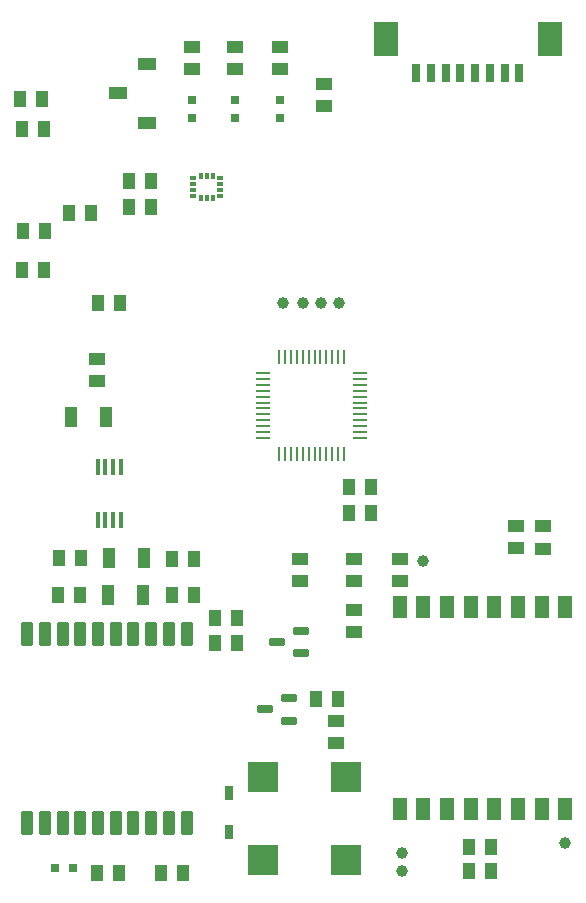
<source format=gtp>
G04*
G04 #@! TF.GenerationSoftware,Altium Limited,Altium Designer,25.0.2 (28)*
G04*
G04 Layer_Color=8421504*
%FSLAX44Y44*%
%MOMM*%
G71*
G04*
G04 #@! TF.SameCoordinates,2A483E41-FD86-4516-B0ED-3C6593A289C4*
G04*
G04*
G04 #@! TF.FilePolarity,Positive*
G04*
G01*
G75*
%ADD20R,1.2000X1.9000*%
%ADD21R,1.2000X1.9000*%
%ADD22R,1.4700X1.0400*%
%ADD23R,1.6000X1.0000*%
%ADD24R,1.0400X1.4700*%
%ADD25R,0.3500X0.5750*%
%ADD26R,0.5750X0.3500*%
%ADD27R,0.8000X0.8000*%
G04:AMPARAMS|DCode=28|XSize=2mm|YSize=1mm|CornerRadius=0.125mm|HoleSize=0mm|Usage=FLASHONLY|Rotation=270.000|XOffset=0mm|YOffset=0mm|HoleType=Round|Shape=RoundedRectangle|*
%AMROUNDEDRECTD28*
21,1,2.0000,0.7500,0,0,270.0*
21,1,1.7500,1.0000,0,0,270.0*
1,1,0.2500,-0.3750,-0.8750*
1,1,0.2500,-0.3750,0.8750*
1,1,0.2500,0.3750,0.8750*
1,1,0.2500,0.3750,-0.8750*
%
%ADD28ROUNDEDRECTD28*%
%ADD29C,1.0000*%
%ADD30R,2.1000X3.0000*%
%ADD31R,0.8000X1.6000*%
%ADD32R,0.8000X0.8000*%
%ADD33O,1.2500X0.2500*%
G04:AMPARAMS|DCode=34|XSize=1.32mm|YSize=0.6mm|CornerRadius=0.075mm|HoleSize=0mm|Usage=FLASHONLY|Rotation=180.000|XOffset=0mm|YOffset=0mm|HoleType=Round|Shape=RoundedRectangle|*
%AMROUNDEDRECTD34*
21,1,1.3200,0.4500,0,0,180.0*
21,1,1.1700,0.6000,0,0,180.0*
1,1,0.1500,-0.5850,0.2250*
1,1,0.1500,0.5850,0.2250*
1,1,0.1500,0.5850,-0.2250*
1,1,0.1500,-0.5850,-0.2250*
%
%ADD34ROUNDEDRECTD34*%
G04:AMPARAMS|DCode=35|XSize=1.4mm|YSize=0.41mm|CornerRadius=0.0513mm|HoleSize=0mm|Usage=FLASHONLY|Rotation=90.000|XOffset=0mm|YOffset=0mm|HoleType=Round|Shape=RoundedRectangle|*
%AMROUNDEDRECTD35*
21,1,1.4000,0.3075,0,0,90.0*
21,1,1.2975,0.4100,0,0,90.0*
1,1,0.1025,0.1538,0.6488*
1,1,0.1025,0.1538,-0.6488*
1,1,0.1025,-0.1538,-0.6488*
1,1,0.1025,-0.1538,0.6488*
%
%ADD35ROUNDEDRECTD35*%
%ADD36R,1.1300X1.7700*%
G04:AMPARAMS|DCode=37|XSize=1.21mm|YSize=0.73mm|CornerRadius=0.1825mm|HoleSize=0mm|Usage=FLASHONLY|Rotation=270.000|XOffset=0mm|YOffset=0mm|HoleType=Round|Shape=RoundedRectangle|*
%AMROUNDEDRECTD37*
21,1,1.2100,0.3650,0,0,270.0*
21,1,0.8450,0.7300,0,0,270.0*
1,1,0.3650,-0.1825,-0.4225*
1,1,0.3650,-0.1825,0.4225*
1,1,0.3650,0.1825,0.4225*
1,1,0.3650,0.1825,-0.4225*
%
%ADD37ROUNDEDRECTD37*%
%ADD38O,0.2500X1.2500*%
%ADD39R,2.5000X2.5000*%
D20*
X348939Y71970D02*
D03*
X368939D02*
D03*
X388938D02*
D03*
X408938D02*
D03*
X468936D02*
D03*
X448938Y242970D02*
D03*
X428940D02*
D03*
X388940D02*
D03*
D21*
X428940Y71971D02*
D03*
X448939D02*
D03*
X488936Y71970D02*
D03*
X488937Y242970D02*
D03*
X468937D02*
D03*
X408940D02*
D03*
X368940D02*
D03*
X348940D02*
D03*
D22*
X284480Y685550D02*
D03*
Y666750D02*
D03*
X247651Y716790D02*
D03*
Y697990D02*
D03*
X209550D02*
D03*
Y716789D02*
D03*
X349250Y264920D02*
D03*
Y283720D02*
D03*
X309880D02*
D03*
Y264920D02*
D03*
X264160Y283720D02*
D03*
X92711Y433830D02*
D03*
X469900Y311150D02*
D03*
X447040Y311660D02*
D03*
X172721Y716790D02*
D03*
Y697990D02*
D03*
X294640Y127760D02*
D03*
Y146560D02*
D03*
X469900Y292350D02*
D03*
X447040Y292860D02*
D03*
X309880Y221740D02*
D03*
Y240540D02*
D03*
X264160Y264920D02*
D03*
X92711Y452630D02*
D03*
D23*
X110620Y677780D02*
D03*
X134620Y652780D02*
D03*
Y702780D02*
D03*
D24*
X211330Y212090D02*
D03*
X192530D02*
D03*
X425960Y19050D02*
D03*
X407160D02*
D03*
Y39370D02*
D03*
X425960D02*
D03*
X306070Y344170D02*
D03*
X305560Y322580D02*
D03*
X277620Y165100D02*
D03*
X138430Y603250D02*
D03*
X138180Y581660D02*
D03*
X87380Y576580D02*
D03*
X48260Y561340D02*
D03*
X59180Y252730D02*
D03*
X146810Y17780D02*
D03*
X324870Y344170D02*
D03*
X324360Y322580D02*
D03*
X47500Y647700D02*
D03*
X27430Y673100D02*
D03*
X119630Y603250D02*
D03*
X119380Y581660D02*
D03*
X111760Y500380D02*
D03*
X60450Y284480D02*
D03*
X79250D02*
D03*
X77980Y252730D02*
D03*
X296420Y165100D02*
D03*
X211330Y233680D02*
D03*
X192530D02*
D03*
X28700Y647700D02*
D03*
X155700Y283209D02*
D03*
X174500D02*
D03*
X155700Y252730D02*
D03*
X174499D02*
D03*
X46230Y673100D02*
D03*
X92960Y500380D02*
D03*
X28700Y528321D02*
D03*
X47500D02*
D03*
X68580Y576580D02*
D03*
X92200Y17780D02*
D03*
X111000D02*
D03*
X165610D02*
D03*
X29460Y561340D02*
D03*
D25*
X180340Y607530D02*
D03*
X185340D02*
D03*
X190340D02*
D03*
Y589280D02*
D03*
X185340D02*
D03*
X180340D02*
D03*
D26*
X196965Y605905D02*
D03*
Y600905D02*
D03*
Y595905D02*
D03*
Y590905D02*
D03*
X173715D02*
D03*
Y595905D02*
D03*
Y600905D02*
D03*
Y605905D02*
D03*
D27*
X57270Y21590D02*
D03*
X72270D02*
D03*
D28*
X168430Y59710D02*
D03*
X153430D02*
D03*
X138430D02*
D03*
X123430D02*
D03*
X108430D02*
D03*
X93430D02*
D03*
X78430D02*
D03*
X63430D02*
D03*
X48430D02*
D03*
X33430D02*
D03*
Y219710D02*
D03*
X48430D02*
D03*
X63430D02*
D03*
X78430D02*
D03*
X93430D02*
D03*
X108430D02*
D03*
X123430D02*
D03*
X138430D02*
D03*
X153430D02*
D03*
X168430D02*
D03*
D29*
X350520Y19050D02*
D03*
Y34290D02*
D03*
X488950Y43180D02*
D03*
X281940Y500380D02*
D03*
X297180D02*
D03*
X266700D02*
D03*
X250190D02*
D03*
X368300Y281940D02*
D03*
D30*
X475650Y723900D02*
D03*
X337350D02*
D03*
D31*
X375150Y694900D02*
D03*
X425150D02*
D03*
X362650D02*
D03*
X387650D02*
D03*
X400150D02*
D03*
X412650D02*
D03*
X437650D02*
D03*
X450150D02*
D03*
D32*
X247650Y656710D02*
D03*
X209550Y656710D02*
D03*
X172720Y656830D02*
D03*
X247650Y671710D02*
D03*
X209550D02*
D03*
X172720Y671830D02*
D03*
D33*
X315450Y415910D02*
D03*
Y410910D02*
D03*
Y385910D02*
D03*
Y390910D02*
D03*
Y395910D02*
D03*
Y400910D02*
D03*
Y405910D02*
D03*
Y420910D02*
D03*
Y425910D02*
D03*
Y430910D02*
D03*
Y435910D02*
D03*
Y440910D02*
D03*
X232950D02*
D03*
Y435910D02*
D03*
Y430910D02*
D03*
Y425910D02*
D03*
Y420910D02*
D03*
Y415910D02*
D03*
Y410910D02*
D03*
Y405910D02*
D03*
Y400910D02*
D03*
Y395910D02*
D03*
Y390910D02*
D03*
Y385910D02*
D03*
D34*
X255110Y165710D02*
D03*
X265270Y222860D02*
D03*
Y203860D02*
D03*
X245270Y213360D02*
D03*
X235110Y156210D02*
D03*
X255110Y146710D02*
D03*
D35*
X112621Y316835D02*
D03*
Y361345D02*
D03*
X93120Y316835D02*
D03*
X99620D02*
D03*
X106120D02*
D03*
Y361345D02*
D03*
X99620D02*
D03*
X93120D02*
D03*
D36*
X132080Y284480D02*
D03*
X102680D02*
D03*
X131540Y252730D02*
D03*
X102140D02*
D03*
X70390Y403860D02*
D03*
X99790D02*
D03*
D37*
X204470Y52034D02*
D03*
Y85634D02*
D03*
D38*
X301700Y454660D02*
D03*
X296700D02*
D03*
X291700D02*
D03*
X286700D02*
D03*
X281700D02*
D03*
X276700D02*
D03*
X271700D02*
D03*
X266700D02*
D03*
X261700D02*
D03*
X256700D02*
D03*
X251700D02*
D03*
X246700D02*
D03*
Y372160D02*
D03*
X251700D02*
D03*
X256700D02*
D03*
X261700D02*
D03*
X266700D02*
D03*
X271700D02*
D03*
X276700D02*
D03*
X281700D02*
D03*
X286700D02*
D03*
X291700D02*
D03*
X296700D02*
D03*
X301700D02*
D03*
D39*
X232970Y98754D02*
D03*
X302970D02*
D03*
Y28754D02*
D03*
X232970D02*
D03*
M02*

</source>
